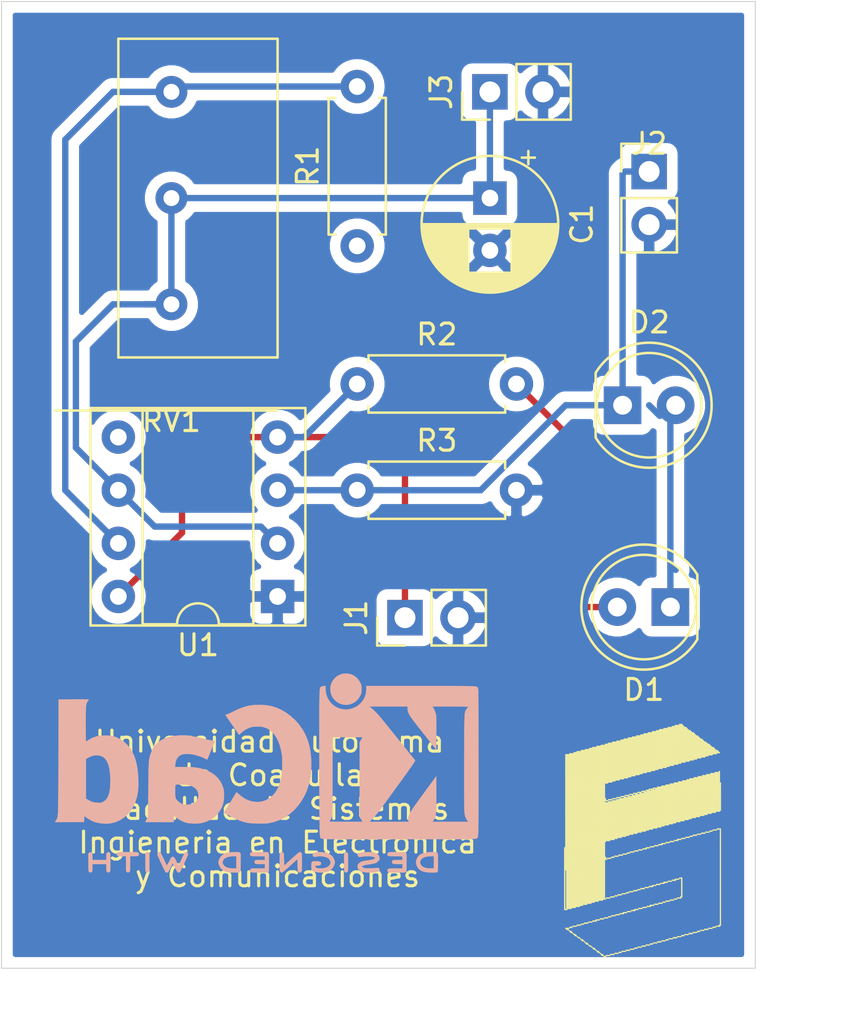
<source format=kicad_pcb>
(kicad_pcb (version 20171130) (host pcbnew "(5.1.4)-1")
  (layers (0 F.Cu signal) (31 B.Cu signal) (34 B.Paste user) (35 F.Paste user) (36 B.SilkS user) (37 F.SilkS user) (38 B.Mask user) (39 F.Mask user) (44 Edge.Cuts user))
  (net 0 "")
  (net 1 GND)
  (net 2 Carga)
  (net 3 "Net-(D1-Pad2)")
  (net 4 "Net-(D1-Pad1)")
  (net 5 Salida)
  (net 6 +5V)
  (net 7 "Net-(R1-Pad2)")
  (net 8 "Net-(R1-Pad1)")
  (net 9 "Net-(U1-Pad5)")
  (module Symbol:KiCad-Logo2_8mm_SilkScreen (layer B.Cu) (at 154.432 116.84 180)
    (fp_text reference REF** hide)
    (fp_text value KiCad-Logo2_8mm_SilkScreen hide)
  )
  (module Logos:LOGO (layer F.Cu) (at 168.656 115.316)
    (fp_text reference LOGO hide)
    (fp_text value "" (at 0 0) (layer F.SilkS) (effects (font (size 1.27 1.27))))
  )
  (module Package_DIP:DIP-8_W7.62mm_Socket (layer F.Cu) (at 154.94 109.22 180)
    (fp_text reference U1 (at 3.81 -2.33) (layer F.SilkS))
    (fp_text value NE555)
    (pad 8 thru_hole oval (at 7.62 0 180) (size 1.6 1.6) (drill 0.8) (layers *.Cu *.Mask) (net 6 +5V))
    (pad 4 thru_hole oval (at 0 7.62 180) (size 1.6 1.6) (drill 0.8) (layers *.Cu *.Mask) (net 6 +5V))
    (pad 7 thru_hole oval (at 7.62 2.54 180) (size 1.6 1.6) (drill 0.8) (layers *.Cu *.Mask) (net 7 "Net-(R1-Pad2)"))
    (pad 3 thru_hole oval (at 0 5.08 180) (size 1.6 1.6) (drill 0.8) (layers *.Cu *.Mask) (net 5 Salida))
    (pad 6 thru_hole oval (at 7.62 5.08 180) (size 1.6 1.6) (drill 0.8) (layers *.Cu *.Mask) (net 2 Carga))
    (pad 2 thru_hole oval (at 0 2.54 180) (size 1.6 1.6) (drill 0.8) (layers *.Cu *.Mask) (net 2 Carga))
    (pad 5 thru_hole oval (at 7.62 7.62 180) (size 1.6 1.6) (drill 0.8) (layers *.Cu *.Mask) (net 9 "Net-(U1-Pad5)"))
    (pad 1 thru_hole rect (at 0 0 180) (size 1.6 1.6) (drill 0.8) (layers *.Cu *.Mask) (net 1 GND))
  )
  (module Connector_PinHeader_2.54mm:PinHeader_1x02_P2.54mm_Vertical (layer F.Cu) (at 165.1 85.09 90)
    (fp_text reference J3 (at 0 -2.33 90) (layer F.SilkS))
    (fp_text value Carga)
    (pad 2 thru_hole oval (at 0 2.54 90) (size 1.7 1.7) (drill 1) (layers *.Cu *.Mask) (net 1 GND))
    (pad 1 thru_hole rect (at 0 0 90) (size 1.7 1.7) (drill 1) (layers *.Cu *.Mask) (net 2 Carga))
  )
  (module Connector_PinHeader_2.54mm:PinHeader_1x02_P2.54mm_Vertical (layer F.Cu) (at 172.72 88.9)
    (fp_text reference J2 (at 0 -1.33) (layer F.SilkS))
    (fp_text value Salida)
    (pad 2 thru_hole oval (at 0 2.54) (size 1.7 1.7) (drill 1) (layers *.Cu *.Mask) (net 1 GND))
    (pad 1 thru_hole rect (at 0 0) (size 1.7 1.7) (drill 1) (layers *.Cu *.Mask) (net 5 Salida))
  )
  (module Connector_PinHeader_2.54mm:PinHeader_1x02_P2.54mm_Vertical (layer F.Cu) (at 161.036 110.236 90)
    (fp_text reference J1 (at 0 -2.33 90) (layer F.SilkS))
    (fp_text value Alimentaciòn)
    (pad 2 thru_hole oval (at 0 2.54 90) (size 1.7 1.7) (drill 1) (layers *.Cu *.Mask) (net 1 GND))
    (pad 1 thru_hole rect (at 0 0 90) (size 1.7 1.7) (drill 1) (layers *.Cu *.Mask) (net 6 +5V))
  )
  (module potenciometro:Potenciometro (layer F.Cu) (at 149.86 100.33)
    (fp_text reference RV1 (at 0 0.5) (layer F.SilkS))
    (fp_text value 100K)
    (pad 3 thru_hole circle (at 0 -5.08) (size 1.524 1.524) (drill 0.762) (layers *.Cu *.Mask) (net 2 Carga))
    (pad 2 thru_hole circle (at 0 -10.16) (size 1.524 1.524) (drill 0.762) (layers *.Cu *.Mask) (net 2 Carga))
    (pad 1 thru_hole circle (at 0 -15.24) (size 1.524 1.524) (drill 0.762) (layers *.Cu *.Mask) (net 7 "Net-(R1-Pad2)"))
  )
  (module Resistor_THT:R_Axial_DIN0207_L6.3mm_D2.5mm_P7.62mm_Horizontal (layer F.Cu) (at 158.75 104.14)
    (fp_text reference R3 (at 3.81 -2.37) (layer F.SilkS))
    (fp_text value 680)
    (pad 2 thru_hole oval (at 7.62 0) (size 1.6 1.6) (drill 0.8) (layers *.Cu *.Mask) (net 1 GND))
    (pad 1 thru_hole circle (at 0 0) (size 1.6 1.6) (drill 0.8) (layers *.Cu *.Mask) (net 5 Salida))
  )
  (module Resistor_THT:R_Axial_DIN0207_L6.3mm_D2.5mm_P7.62mm_Horizontal (layer F.Cu) (at 158.75 99.06)
    (fp_text reference R2 (at 3.81 -2.37) (layer F.SilkS))
    (fp_text value 680)
    (pad 2 thru_hole oval (at 7.62 0) (size 1.6 1.6) (drill 0.8) (layers *.Cu *.Mask) (net 3 "Net-(D1-Pad2)"))
    (pad 1 thru_hole circle (at 0 0) (size 1.6 1.6) (drill 0.8) (layers *.Cu *.Mask) (net 6 +5V))
  )
  (module Resistor_THT:R_Axial_DIN0207_L6.3mm_D2.5mm_P7.62mm_Horizontal (layer F.Cu) (at 158.75 92.456 90)
    (fp_text reference R1 (at 3.81 -2.37 90) (layer F.SilkS))
    (fp_text value 1k)
    (pad 2 thru_hole oval (at 7.62 0 90) (size 1.6 1.6) (drill 0.8) (layers *.Cu *.Mask) (net 7 "Net-(R1-Pad2)"))
    (pad 1 thru_hole circle (at 0 0 90) (size 1.6 1.6) (drill 0.8) (layers *.Cu *.Mask) (net 8 "Net-(R1-Pad1)"))
  )
  (module LED_THT:LED_D5.0mm (layer F.Cu) (at 171.45 100.076)
    (fp_text reference D2 (at 1.27 -3.96) (layer F.SilkS))
    (fp_text value LED_VERDE)
    (pad 2 thru_hole circle (at 2.54 0) (size 1.8 1.8) (drill 0.9) (layers *.Cu *.Mask) (net 4 "Net-(D1-Pad1)"))
    (pad 1 thru_hole rect (at 0 0) (size 1.8 1.8) (drill 0.9) (layers *.Cu *.Mask) (net 5 Salida))
  )
  (module LED_THT:LED_D5.0mm (layer F.Cu) (at 173.736 109.728 180)
    (fp_text reference D1 (at 1.27 -3.96) (layer F.SilkS))
    (fp_text value LED_ROJO)
    (pad 2 thru_hole circle (at 2.54 0 180) (size 1.8 1.8) (drill 0.9) (layers *.Cu *.Mask) (net 3 "Net-(D1-Pad2)"))
    (pad 1 thru_hole rect (at 0 0 180) (size 1.8 1.8) (drill 0.9) (layers *.Cu *.Mask) (net 4 "Net-(D1-Pad1)"))
  )
  (module Capacitor_THT:CP_Radial_D6.3mm_P2.50mm (layer F.Cu) (at 165.1 90.17 270)
    (fp_text reference C1 (at 1.25 -4.4 90) (layer F.SilkS))
    (fp_text value 100uF)
    (pad 2 thru_hole circle (at 2.5 0 270) (size 1.6 1.6) (drill 0.8) (layers *.Cu *.Mask) (net 1 GND))
    (pad 1 thru_hole rect (at 0 0 270) (size 1.6 1.6) (drill 0.8) (layers *.Cu *.Mask) (net 2 Carga))
  )
  (gr_text "Universidad Autonoma \nde Coahuila \nFacultad de Sistemas\nIngieneria en Electronica\ny Comunicaciones" (at 154.94 119.38) (layer F.SilkS) (effects (font (size 1 1))))
  (gr_line (start 141.732 80.772) (end 141.732 127) (layer Edge.Cuts) (width 0.05))
  (gr_line (start 177.8 80.772) (end 141.732 80.772) (layer Edge.Cuts) (width 0.05))
  (gr_line (start 177.8 127) (end 141.732 127) (layer Edge.Cuts) (width 0.05))
  (gr_line (start 177.8 80.772) (end 177.8 127) (layer Edge.Cuts) (width 0.05))
  (segment (start 165.1 85.09) (end 165.1 90.17) (width 0.3048) (layer B.Cu) (net 2))
  (segment (start 149.86 90.17) (end 165.1 90.17) (width 0.3048) (layer B.Cu) (net 2))
  (segment (start 148.119999 104.939999) (end 147.32 104.14) (width 0.3048) (layer B.Cu) (net 2))
  (segment (start 149.060001 105.880001) (end 148.119999 104.939999) (width 0.3048) (layer B.Cu) (net 2))
  (segment (start 154.140001 105.880001) (end 149.060001 105.880001) (width 0.3048) (layer B.Cu) (net 2))
  (segment (start 154.94 106.68) (end 154.140001 105.880001) (width 0.3048) (layer B.Cu) (net 2))
  (segment (start 149.86 90.17) (end 149.86 95.25) (width 0.3048) (layer B.Cu) (net 2))
  (segment (start 149.86 95.25) (end 148.59 95.25) (width 0.3048) (layer B.Cu) (net 2))
  (segment (start 149.86 95.25) (end 147.066 95.25) (width 0.3048) (layer B.Cu) (net 2))
  (segment (start 147.066 95.25) (end 145.288 97.028) (width 0.3048) (layer B.Cu) (net 2))
  (segment (start 145.288 102.108) (end 147.32 104.14) (width 0.3048) (layer B.Cu) (net 2))
  (segment (start 145.288 97.028) (end 145.288 102.108) (width 0.3048) (layer B.Cu) (net 2))
  (segment (start 172.72 100.076) (end 173.228 100.584) (width 0.3048) (layer B.Cu) (net 3))
  (segment (start 171.196 109.728) (end 169.164 109.728) (width 0.3048) (layer F.Cu) (net 3))
  (segment (start 169.164 109.728) (end 168.656 109.22) (width 0.3048) (layer F.Cu) (net 3))
  (segment (start 168.656 101.346) (end 166.37 99.06) (width 0.3048) (layer F.Cu) (net 3))
  (segment (start 168.656 109.22) (end 168.656 101.346) (width 0.3048) (layer F.Cu) (net 3))
  (segment (start 173.736 107.696) (end 173.99 107.95) (width 0.3048) (layer B.Cu) (net 4))
  (segment (start 173.736 100.33) (end 173.99 100.076) (width 0.3048) (layer B.Cu) (net 4))
  (segment (start 173.736 109.728) (end 173.736 100.33) (width 0.3048) (layer B.Cu) (net 4))
  (segment (start 154.94 104.14) (end 158.75 104.14) (width 0.3048) (layer B.Cu) (net 5))
  (segment (start 171.5652 88.9) (end 172.72 88.9) (width 0.3048) (layer B.Cu) (net 5))
  (segment (start 171.45 89.0152) (end 171.5652 88.9) (width 0.3048) (layer B.Cu) (net 5))
  (segment (start 171.45 100.076) (end 171.45 89.0152) (width 0.3048) (layer B.Cu) (net 5))
  (segment (start 159.88137 104.14) (end 158.75 104.14) (width 0.3048) (layer B.Cu) (net 5))
  (segment (start 164.65971 104.14) (end 159.88137 104.14) (width 0.3048) (layer B.Cu) (net 5))
  (segment (start 168.72371 100.076) (end 164.65971 104.14) (width 0.3048) (layer B.Cu) (net 5))
  (segment (start 171.45 100.076) (end 168.72371 100.076) (width 0.3048) (layer B.Cu) (net 5))
  (segment (start 152.4 101.6) (end 154.94 101.6) (width 0.3048) (layer F.Cu) (net 6))
  (segment (start 150.368 103.632) (end 152.4 101.6) (width 0.3048) (layer F.Cu) (net 6))
  (segment (start 147.32 109.22) (end 150.368 106.172) (width 0.3048) (layer F.Cu) (net 6))
  (segment (start 150.368 106.172) (end 150.368 103.632) (width 0.3048) (layer F.Cu) (net 6))
  (segment (start 156.21 101.6) (end 154.94 101.6) (width 0.3048) (layer B.Cu) (net 6))
  (segment (start 158.75 99.06) (end 156.21 101.6) (width 0.3048) (layer B.Cu) (net 6))
  (segment (start 154.94 101.6) (end 160.02 101.6) (width 0.3048) (layer F.Cu) (net 6))
  (segment (start 161.036 102.616) (end 161.036 110.236) (width 0.3048) (layer F.Cu) (net 6))
  (segment (start 160.02 101.6) (end 161.036 102.616) (width 0.3048) (layer F.Cu) (net 6))
  (segment (start 150.114 84.836) (end 149.86 85.09) (width 0.3048) (layer B.Cu) (net 7))
  (segment (start 158.75 84.836) (end 150.114 84.836) (width 0.3048) (layer B.Cu) (net 7))
  (segment (start 144.78 104.14) (end 147.32 106.68) (width 0.3048) (layer B.Cu) (net 7))
  (segment (start 144.78 87.376) (end 144.78 104.14) (width 0.3048) (layer B.Cu) (net 7))
  (segment (start 149.86 85.09) (end 147.066 85.09) (width 0.3048) (layer B.Cu) (net 7))
  (segment (start 147.066 85.09) (end 144.78 87.376) (width 0.3048) (layer B.Cu) (net 7))
  (zone (net 1) (net_name GND) (layer B.Cu) (connect_pads (clearance 0.508)) (min_thickness 0.254) (fill yes (arc_segments 32) (thermal_gap 0.508) (thermal_bridge_width 0.508))
    (polygon (pts (xy 141.732 80.772) (xy 177.8 80.772) (xy 177.8 127) (xy 141.732 127)))
  )
)
</source>
